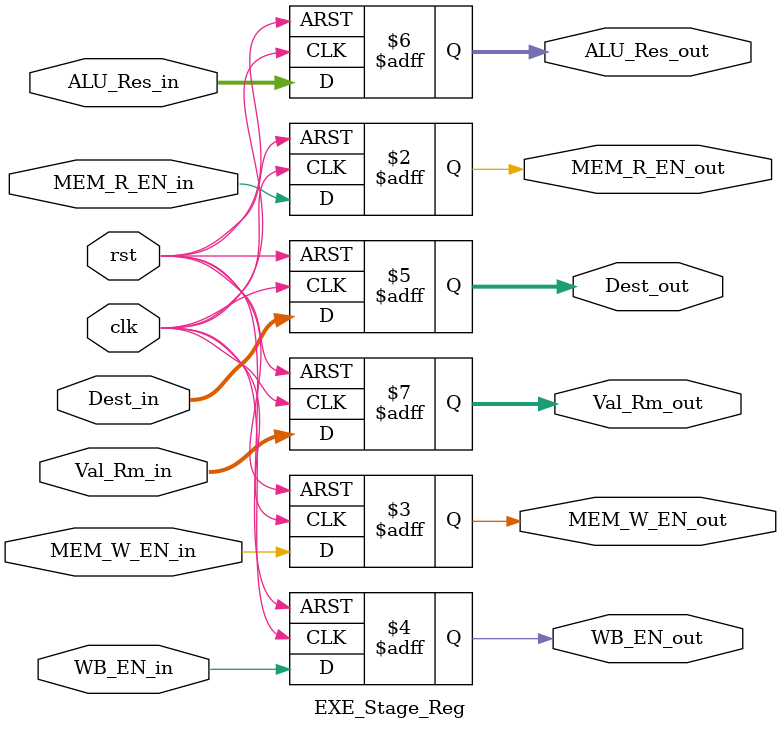
<source format=v>
module EXE_Stage_Reg
(
    input                             clk,
    input                             rst,
    input                             MEM_R_EN_in,
    input                             MEM_W_EN_in,
    input                             WB_EN_in,
    input      [3:0]                  Dest_in,
    input      [31:0]                 Val_Rm_in,
    input      [31:0]                 ALU_Res_in,

    output reg                        MEM_R_EN_out,
    output reg                        MEM_W_EN_out,
    output reg                        WB_EN_out,
    output reg [3:0]                  Dest_out,
    output reg [31:0]                 ALU_Res_out,
    output reg [31:0]                 Val_Rm_out
);

    always @(posedge clk, posedge rst) begin
        if(rst) begin
            MEM_R_EN_out <= 0;
            MEM_W_EN_out <= 0;
            Dest_out <= 0;
            WB_EN_out <= 0;
            ALU_Res_out <= 0;
            Val_Rm_out <= 0;
        end
        else begin
            MEM_R_EN_out <= MEM_R_EN_in;
            MEM_W_EN_out <= MEM_W_EN_in;
            Dest_out <= Dest_in;
            WB_EN_out <= WB_EN_in;
            ALU_Res_out <= ALU_Res_in;
            Val_Rm_out <= Val_Rm_in;
        end
    end

endmodule


</source>
